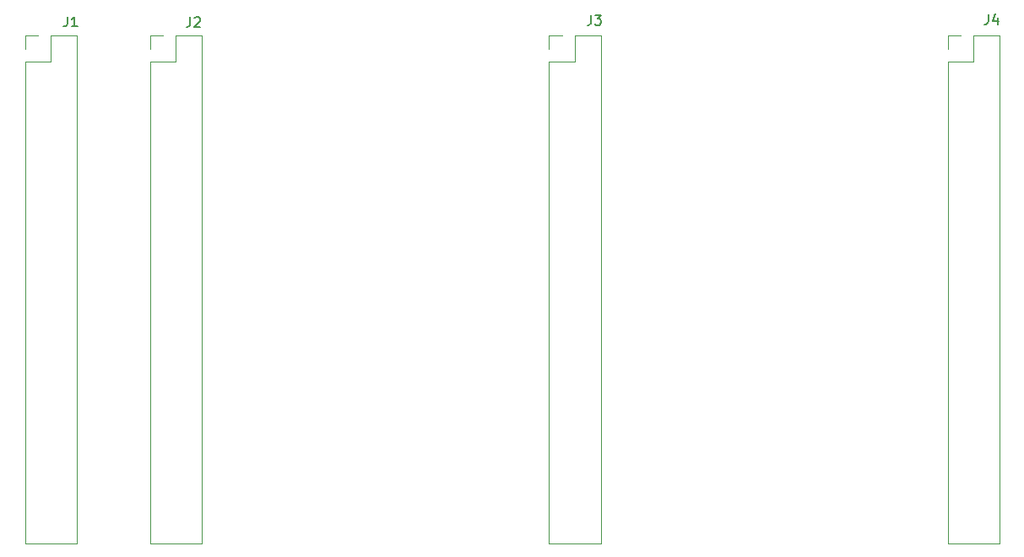
<source format=gbr>
G04 #@! TF.GenerationSoftware,KiCad,Pcbnew,5.1.5+dfsg1-2build2*
G04 #@! TF.CreationDate,2022-01-08T18:27:50+01:00*
G04 #@! TF.ProjectId,open_controler,6f70656e-5f63-46f6-9e74-726f6c65722e,rev?*
G04 #@! TF.SameCoordinates,Original*
G04 #@! TF.FileFunction,Legend,Top*
G04 #@! TF.FilePolarity,Positive*
%FSLAX46Y46*%
G04 Gerber Fmt 4.6, Leading zero omitted, Abs format (unit mm)*
G04 Created by KiCad (PCBNEW 5.1.5+dfsg1-2build2) date 2022-01-08 18:27:50*
%MOMM*%
%LPD*%
G04 APERTURE LIST*
%ADD10C,0.120000*%
%ADD11C,0.150000*%
G04 APERTURE END LIST*
D10*
X80432600Y-108721200D02*
X85632600Y-108721200D01*
X80432600Y-60401200D02*
X80432600Y-108721200D01*
X85632600Y-57801200D02*
X85632600Y-108721200D01*
X80432600Y-60401200D02*
X83032600Y-60401200D01*
X83032600Y-60401200D02*
X83032600Y-57801200D01*
X83032600Y-57801200D02*
X85632600Y-57801200D01*
X80432600Y-59131200D02*
X80432600Y-57801200D01*
X80432600Y-57801200D02*
X81762600Y-57801200D01*
X92954800Y-57801200D02*
X94284800Y-57801200D01*
X92954800Y-59131200D02*
X92954800Y-57801200D01*
X95554800Y-57801200D02*
X98154800Y-57801200D01*
X95554800Y-60401200D02*
X95554800Y-57801200D01*
X92954800Y-60401200D02*
X95554800Y-60401200D01*
X98154800Y-57801200D02*
X98154800Y-108721200D01*
X92954800Y-60401200D02*
X92954800Y-108721200D01*
X92954800Y-108721200D02*
X98154800Y-108721200D01*
X132985200Y-57801200D02*
X134315200Y-57801200D01*
X132985200Y-59131200D02*
X132985200Y-57801200D01*
X135585200Y-57801200D02*
X138185200Y-57801200D01*
X135585200Y-60401200D02*
X135585200Y-57801200D01*
X132985200Y-60401200D02*
X135585200Y-60401200D01*
X138185200Y-57801200D02*
X138185200Y-108721200D01*
X132985200Y-60401200D02*
X132985200Y-108721200D01*
X132985200Y-108721200D02*
X138185200Y-108721200D01*
X172964800Y-108721200D02*
X178164800Y-108721200D01*
X172964800Y-60401200D02*
X172964800Y-108721200D01*
X178164800Y-57801200D02*
X178164800Y-108721200D01*
X172964800Y-60401200D02*
X175564800Y-60401200D01*
X175564800Y-60401200D02*
X175564800Y-57801200D01*
X175564800Y-57801200D02*
X178164800Y-57801200D01*
X172964800Y-59131200D02*
X172964800Y-57801200D01*
X172964800Y-57801200D02*
X174294800Y-57801200D01*
D11*
X84680466Y-55891180D02*
X84680466Y-56605466D01*
X84632847Y-56748323D01*
X84537609Y-56843561D01*
X84394752Y-56891180D01*
X84299514Y-56891180D01*
X85680466Y-56891180D02*
X85109038Y-56891180D01*
X85394752Y-56891180D02*
X85394752Y-55891180D01*
X85299514Y-56034038D01*
X85204276Y-56129276D01*
X85109038Y-56176895D01*
X96999466Y-55941980D02*
X96999466Y-56656266D01*
X96951847Y-56799123D01*
X96856609Y-56894361D01*
X96713752Y-56941980D01*
X96618514Y-56941980D01*
X97428038Y-56037219D02*
X97475657Y-55989600D01*
X97570895Y-55941980D01*
X97808990Y-55941980D01*
X97904228Y-55989600D01*
X97951847Y-56037219D01*
X97999466Y-56132457D01*
X97999466Y-56227695D01*
X97951847Y-56370552D01*
X97380419Y-56941980D01*
X97999466Y-56941980D01*
X137207666Y-55738780D02*
X137207666Y-56453066D01*
X137160047Y-56595923D01*
X137064809Y-56691161D01*
X136921952Y-56738780D01*
X136826714Y-56738780D01*
X137588619Y-55738780D02*
X138207666Y-55738780D01*
X137874333Y-56119733D01*
X138017190Y-56119733D01*
X138112428Y-56167352D01*
X138160047Y-56214971D01*
X138207666Y-56310209D01*
X138207666Y-56548304D01*
X138160047Y-56643542D01*
X138112428Y-56691161D01*
X138017190Y-56738780D01*
X137731476Y-56738780D01*
X137636238Y-56691161D01*
X137588619Y-56643542D01*
X177060266Y-55662580D02*
X177060266Y-56376866D01*
X177012647Y-56519723D01*
X176917409Y-56614961D01*
X176774552Y-56662580D01*
X176679314Y-56662580D01*
X177965028Y-55995914D02*
X177965028Y-56662580D01*
X177726933Y-55614961D02*
X177488838Y-56329247D01*
X178107885Y-56329247D01*
M02*

</source>
